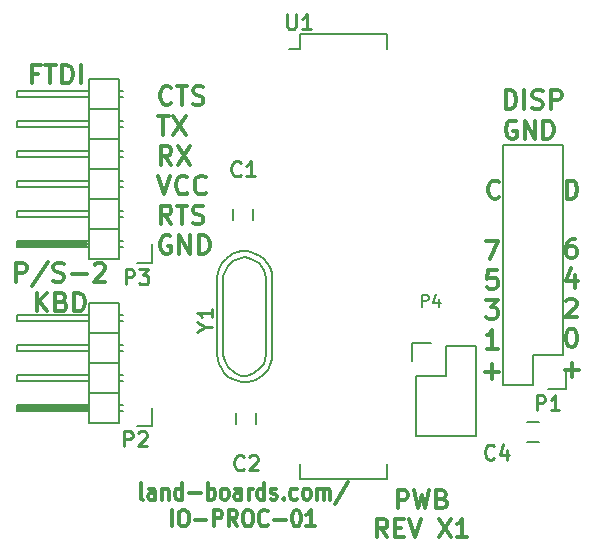
<source format=gto>
G04 #@! TF.FileFunction,Legend,Top*
%FSLAX46Y46*%
G04 Gerber Fmt 4.6, Leading zero omitted, Abs format (unit mm)*
G04 Created by KiCad (PCBNEW (after 2015-mar-04 BZR unknown)-product) date 11/9/2016 4:35:45 PM*
%MOMM*%
G01*
G04 APERTURE LIST*
%ADD10C,0.150000*%
%ADD11C,0.304800*%
%ADD12C,0.254000*%
G04 APERTURE END LIST*
D10*
D11*
X197354976Y-91904155D02*
X197354976Y-90316655D01*
X197732952Y-90316655D01*
X197959738Y-90392250D01*
X198110929Y-90543440D01*
X198186524Y-90694631D01*
X198262119Y-90997012D01*
X198262119Y-91223798D01*
X198186524Y-91526179D01*
X198110929Y-91677369D01*
X197959738Y-91828560D01*
X197732952Y-91904155D01*
X197354976Y-91904155D01*
X198942476Y-91904155D02*
X198942476Y-90316655D01*
X199622833Y-91828560D02*
X199849619Y-91904155D01*
X200227595Y-91904155D01*
X200378785Y-91828560D01*
X200454381Y-91752964D01*
X200529976Y-91601774D01*
X200529976Y-91450583D01*
X200454381Y-91299393D01*
X200378785Y-91223798D01*
X200227595Y-91148202D01*
X199925214Y-91072607D01*
X199774023Y-90997012D01*
X199698428Y-90921417D01*
X199622833Y-90770226D01*
X199622833Y-90619036D01*
X199698428Y-90467845D01*
X199774023Y-90392250D01*
X199925214Y-90316655D01*
X200303190Y-90316655D01*
X200529976Y-90392250D01*
X201210333Y-91904155D02*
X201210333Y-90316655D01*
X201815095Y-90316655D01*
X201966286Y-90392250D01*
X202041881Y-90467845D01*
X202117476Y-90619036D01*
X202117476Y-90845821D01*
X202041881Y-90997012D01*
X201966286Y-91072607D01*
X201815095Y-91148202D01*
X201210333Y-91148202D01*
X155897036Y-106515505D02*
X155897036Y-104928005D01*
X156501798Y-104928005D01*
X156652989Y-105003600D01*
X156728584Y-105079195D01*
X156804179Y-105230386D01*
X156804179Y-105457171D01*
X156728584Y-105608362D01*
X156652989Y-105683957D01*
X156501798Y-105759552D01*
X155897036Y-105759552D01*
X158618465Y-104852410D02*
X157257750Y-106893481D01*
X159072036Y-106439910D02*
X159298822Y-106515505D01*
X159676798Y-106515505D01*
X159827988Y-106439910D01*
X159903584Y-106364314D01*
X159979179Y-106213124D01*
X159979179Y-106061933D01*
X159903584Y-105910743D01*
X159827988Y-105835148D01*
X159676798Y-105759552D01*
X159374417Y-105683957D01*
X159223226Y-105608362D01*
X159147631Y-105532767D01*
X159072036Y-105381576D01*
X159072036Y-105230386D01*
X159147631Y-105079195D01*
X159223226Y-105003600D01*
X159374417Y-104928005D01*
X159752393Y-104928005D01*
X159979179Y-105003600D01*
X160659536Y-105910743D02*
X161869060Y-105910743D01*
X162549417Y-105079195D02*
X162625012Y-105003600D01*
X162776203Y-104928005D01*
X163154179Y-104928005D01*
X163305369Y-105003600D01*
X163380965Y-105079195D01*
X163456560Y-105230386D01*
X163456560Y-105381576D01*
X163380965Y-105608362D01*
X162473822Y-106515505D01*
X163456560Y-106515505D01*
X157635726Y-109042805D02*
X157635726Y-107455305D01*
X158542869Y-109042805D02*
X157862512Y-108135662D01*
X158542869Y-107455305D02*
X157635726Y-108362448D01*
X159752393Y-108211257D02*
X159979179Y-108286852D01*
X160054774Y-108362448D01*
X160130369Y-108513638D01*
X160130369Y-108740424D01*
X160054774Y-108891614D01*
X159979179Y-108967210D01*
X159827988Y-109042805D01*
X159223226Y-109042805D01*
X159223226Y-107455305D01*
X159752393Y-107455305D01*
X159903583Y-107530900D01*
X159979179Y-107606495D01*
X160054774Y-107757686D01*
X160054774Y-107908876D01*
X159979179Y-108060067D01*
X159903583Y-108135662D01*
X159752393Y-108211257D01*
X159223226Y-108211257D01*
X160810726Y-109042805D02*
X160810726Y-107455305D01*
X161188702Y-107455305D01*
X161415488Y-107530900D01*
X161566679Y-107682090D01*
X161642274Y-107833281D01*
X161717869Y-108135662D01*
X161717869Y-108362448D01*
X161642274Y-108664829D01*
X161566679Y-108816019D01*
X161415488Y-108967210D01*
X161188702Y-109042805D01*
X160810726Y-109042805D01*
X157752143Y-88913607D02*
X157222976Y-88913607D01*
X157222976Y-89745155D02*
X157222976Y-88157655D01*
X157978929Y-88157655D01*
X158356904Y-88157655D02*
X159264047Y-88157655D01*
X158810476Y-89745155D02*
X158810476Y-88157655D01*
X159793214Y-89745155D02*
X159793214Y-88157655D01*
X160171190Y-88157655D01*
X160397976Y-88233250D01*
X160549167Y-88384440D01*
X160624762Y-88535631D01*
X160700357Y-88838012D01*
X160700357Y-89064798D01*
X160624762Y-89367179D01*
X160549167Y-89518369D01*
X160397976Y-89669560D01*
X160171190Y-89745155D01*
X159793214Y-89745155D01*
X161380714Y-89745155D02*
X161380714Y-88157655D01*
X169052119Y-91403714D02*
X168976524Y-91479310D01*
X168749738Y-91554905D01*
X168598548Y-91554905D01*
X168371762Y-91479310D01*
X168220571Y-91328119D01*
X168144976Y-91176929D01*
X168069381Y-90874548D01*
X168069381Y-90647762D01*
X168144976Y-90345381D01*
X168220571Y-90194190D01*
X168371762Y-90043000D01*
X168598548Y-89967405D01*
X168749738Y-89967405D01*
X168976524Y-90043000D01*
X169052119Y-90118595D01*
X169505690Y-89967405D02*
X170412833Y-89967405D01*
X169959262Y-91554905D02*
X169959262Y-89967405D01*
X170866405Y-91479310D02*
X171093191Y-91554905D01*
X171471167Y-91554905D01*
X171622357Y-91479310D01*
X171697953Y-91403714D01*
X171773548Y-91252524D01*
X171773548Y-91101333D01*
X171697953Y-90950143D01*
X171622357Y-90874548D01*
X171471167Y-90798952D01*
X171168786Y-90723357D01*
X171017595Y-90647762D01*
X170942000Y-90572167D01*
X170866405Y-90420976D01*
X170866405Y-90269786D01*
X170942000Y-90118595D01*
X171017595Y-90043000D01*
X171168786Y-89967405D01*
X171546762Y-89967405D01*
X171773548Y-90043000D01*
X167918190Y-92494705D02*
X168825333Y-92494705D01*
X168371762Y-94082205D02*
X168371762Y-92494705D01*
X169203310Y-92494705D02*
X170261643Y-94082205D01*
X170261643Y-92494705D02*
X169203310Y-94082205D01*
X169052119Y-96609505D02*
X168522952Y-95853552D01*
X168144976Y-96609505D02*
X168144976Y-95022005D01*
X168749738Y-95022005D01*
X168900929Y-95097600D01*
X168976524Y-95173195D01*
X169052119Y-95324386D01*
X169052119Y-95551171D01*
X168976524Y-95702362D01*
X168900929Y-95777957D01*
X168749738Y-95853552D01*
X168144976Y-95853552D01*
X169581286Y-95022005D02*
X170639619Y-96609505D01*
X170639619Y-95022005D02*
X169581286Y-96609505D01*
X167918190Y-97549305D02*
X168447357Y-99136805D01*
X168976524Y-97549305D01*
X170412833Y-98985614D02*
X170337238Y-99061210D01*
X170110452Y-99136805D01*
X169959262Y-99136805D01*
X169732476Y-99061210D01*
X169581285Y-98910019D01*
X169505690Y-98758829D01*
X169430095Y-98456448D01*
X169430095Y-98229662D01*
X169505690Y-97927281D01*
X169581285Y-97776090D01*
X169732476Y-97624900D01*
X169959262Y-97549305D01*
X170110452Y-97549305D01*
X170337238Y-97624900D01*
X170412833Y-97700495D01*
X172000333Y-98985614D02*
X171924738Y-99061210D01*
X171697952Y-99136805D01*
X171546762Y-99136805D01*
X171319976Y-99061210D01*
X171168785Y-98910019D01*
X171093190Y-98758829D01*
X171017595Y-98456448D01*
X171017595Y-98229662D01*
X171093190Y-97927281D01*
X171168785Y-97776090D01*
X171319976Y-97624900D01*
X171546762Y-97549305D01*
X171697952Y-97549305D01*
X171924738Y-97624900D01*
X172000333Y-97700495D01*
X169052119Y-101664105D02*
X168522952Y-100908152D01*
X168144976Y-101664105D02*
X168144976Y-100076605D01*
X168749738Y-100076605D01*
X168900929Y-100152200D01*
X168976524Y-100227795D01*
X169052119Y-100378986D01*
X169052119Y-100605771D01*
X168976524Y-100756962D01*
X168900929Y-100832557D01*
X168749738Y-100908152D01*
X168144976Y-100908152D01*
X169505690Y-100076605D02*
X170412833Y-100076605D01*
X169959262Y-101664105D02*
X169959262Y-100076605D01*
X170866405Y-101588510D02*
X171093191Y-101664105D01*
X171471167Y-101664105D01*
X171622357Y-101588510D01*
X171697953Y-101512914D01*
X171773548Y-101361724D01*
X171773548Y-101210533D01*
X171697953Y-101059343D01*
X171622357Y-100983748D01*
X171471167Y-100908152D01*
X171168786Y-100832557D01*
X171017595Y-100756962D01*
X170942000Y-100681367D01*
X170866405Y-100530176D01*
X170866405Y-100378986D01*
X170942000Y-100227795D01*
X171017595Y-100152200D01*
X171168786Y-100076605D01*
X171546762Y-100076605D01*
X171773548Y-100152200D01*
X168976524Y-102679500D02*
X168825333Y-102603905D01*
X168598548Y-102603905D01*
X168371762Y-102679500D01*
X168220571Y-102830690D01*
X168144976Y-102981881D01*
X168069381Y-103284262D01*
X168069381Y-103511048D01*
X168144976Y-103813429D01*
X168220571Y-103964619D01*
X168371762Y-104115810D01*
X168598548Y-104191405D01*
X168749738Y-104191405D01*
X168976524Y-104115810D01*
X169052119Y-104040214D01*
X169052119Y-103511048D01*
X168749738Y-103511048D01*
X169732476Y-104191405D02*
X169732476Y-102603905D01*
X170639619Y-104191405D01*
X170639619Y-102603905D01*
X171395571Y-104191405D02*
X171395571Y-102603905D01*
X171773547Y-102603905D01*
X172000333Y-102679500D01*
X172151524Y-102830690D01*
X172227119Y-102981881D01*
X172302714Y-103284262D01*
X172302714Y-103511048D01*
X172227119Y-103813429D01*
X172151524Y-103964619D01*
X172000333Y-104115810D01*
X171773547Y-104191405D01*
X171395571Y-104191405D01*
X202546857Y-99495429D02*
X202546857Y-97971429D01*
X202909714Y-97971429D01*
X203127429Y-98044000D01*
X203272571Y-98189143D01*
X203345143Y-98334286D01*
X203417714Y-98624571D01*
X203417714Y-98842286D01*
X203345143Y-99132571D01*
X203272571Y-99277714D01*
X203127429Y-99422857D01*
X202909714Y-99495429D01*
X202546857Y-99495429D01*
X195685834Y-103042055D02*
X196744167Y-103042055D01*
X196063810Y-104629555D01*
X196592977Y-105569355D02*
X195837024Y-105569355D01*
X195761429Y-106325307D01*
X195837024Y-106249712D01*
X195988215Y-106174117D01*
X196366191Y-106174117D01*
X196517381Y-106249712D01*
X196592977Y-106325307D01*
X196668572Y-106476498D01*
X196668572Y-106854474D01*
X196592977Y-107005664D01*
X196517381Y-107081260D01*
X196366191Y-107156855D01*
X195988215Y-107156855D01*
X195837024Y-107081260D01*
X195761429Y-107005664D01*
X195685834Y-108096655D02*
X196668572Y-108096655D01*
X196139405Y-108701417D01*
X196366191Y-108701417D01*
X196517381Y-108777012D01*
X196592977Y-108852607D01*
X196668572Y-109003798D01*
X196668572Y-109381774D01*
X196592977Y-109532964D01*
X196517381Y-109608560D01*
X196366191Y-109684155D01*
X195912619Y-109684155D01*
X195761429Y-109608560D01*
X195685834Y-109532964D01*
X196668572Y-112211455D02*
X195761429Y-112211455D01*
X196215000Y-112211455D02*
X196215000Y-110623955D01*
X196063810Y-110850740D01*
X195912619Y-111001931D01*
X195761429Y-111077526D01*
X195610238Y-114133993D02*
X196819762Y-114133993D01*
X196215000Y-114738755D02*
X196215000Y-113529231D01*
X203248381Y-102915055D02*
X202946000Y-102915055D01*
X202794810Y-102990650D01*
X202719215Y-103066245D01*
X202568024Y-103293031D01*
X202492429Y-103595412D01*
X202492429Y-104200174D01*
X202568024Y-104351364D01*
X202643619Y-104426960D01*
X202794810Y-104502555D01*
X203097191Y-104502555D01*
X203248381Y-104426960D01*
X203323977Y-104351364D01*
X203399572Y-104200174D01*
X203399572Y-103822198D01*
X203323977Y-103671007D01*
X203248381Y-103595412D01*
X203097191Y-103519817D01*
X202794810Y-103519817D01*
X202643619Y-103595412D01*
X202568024Y-103671007D01*
X202492429Y-103822198D01*
X203248381Y-105971521D02*
X203248381Y-107029855D01*
X202870405Y-105366760D02*
X202492429Y-106500688D01*
X203475167Y-106500688D01*
X202492429Y-108120845D02*
X202568024Y-108045250D01*
X202719215Y-107969655D01*
X203097191Y-107969655D01*
X203248381Y-108045250D01*
X203323977Y-108120845D01*
X203399572Y-108272036D01*
X203399572Y-108423226D01*
X203323977Y-108650012D01*
X202416834Y-109557155D01*
X203399572Y-109557155D01*
X202870405Y-110496955D02*
X203021596Y-110496955D01*
X203172786Y-110572550D01*
X203248381Y-110648145D01*
X203323977Y-110799336D01*
X203399572Y-111101717D01*
X203399572Y-111479693D01*
X203323977Y-111782074D01*
X203248381Y-111933264D01*
X203172786Y-112008860D01*
X203021596Y-112084455D01*
X202870405Y-112084455D01*
X202719215Y-112008860D01*
X202643619Y-111933264D01*
X202568024Y-111782074D01*
X202492429Y-111479693D01*
X202492429Y-111101717D01*
X202568024Y-110799336D01*
X202643619Y-110648145D01*
X202719215Y-110572550D01*
X202870405Y-110496955D01*
X202341238Y-114006993D02*
X203550762Y-114006993D01*
X202946000Y-114611755D02*
X202946000Y-113402231D01*
X196813714Y-99350286D02*
X196741143Y-99422857D01*
X196523429Y-99495429D01*
X196378286Y-99495429D01*
X196160571Y-99422857D01*
X196015429Y-99277714D01*
X195942857Y-99132571D01*
X195870286Y-98842286D01*
X195870286Y-98624571D01*
X195942857Y-98334286D01*
X196015429Y-98189143D01*
X196160571Y-98044000D01*
X196378286Y-97971429D01*
X196523429Y-97971429D01*
X196741143Y-98044000D01*
X196813714Y-98116571D01*
X198228858Y-92964000D02*
X198083715Y-92891429D01*
X197866001Y-92891429D01*
X197648286Y-92964000D01*
X197503144Y-93109143D01*
X197430572Y-93254286D01*
X197358001Y-93544571D01*
X197358001Y-93762286D01*
X197430572Y-94052571D01*
X197503144Y-94197714D01*
X197648286Y-94342857D01*
X197866001Y-94415429D01*
X198011144Y-94415429D01*
X198228858Y-94342857D01*
X198301429Y-94270286D01*
X198301429Y-93762286D01*
X198011144Y-93762286D01*
X198954572Y-94415429D02*
X198954572Y-92891429D01*
X199825429Y-94415429D01*
X199825429Y-92891429D01*
X200551143Y-94415429D02*
X200551143Y-92891429D01*
X200914000Y-92891429D01*
X201131715Y-92964000D01*
X201276857Y-93109143D01*
X201349429Y-93254286D01*
X201422000Y-93544571D01*
X201422000Y-93762286D01*
X201349429Y-94052571D01*
X201276857Y-94197714D01*
X201131715Y-94342857D01*
X200914000Y-94415429D01*
X200551143Y-94415429D01*
X166636095Y-124977676D02*
X166515142Y-124911152D01*
X166454666Y-124778105D01*
X166454666Y-123580676D01*
X167664190Y-124977676D02*
X167664190Y-124245914D01*
X167603713Y-124112867D01*
X167482761Y-124046343D01*
X167240856Y-124046343D01*
X167119904Y-124112867D01*
X167664190Y-124911152D02*
X167543237Y-124977676D01*
X167240856Y-124977676D01*
X167119904Y-124911152D01*
X167059428Y-124778105D01*
X167059428Y-124645057D01*
X167119904Y-124512010D01*
X167240856Y-124445486D01*
X167543237Y-124445486D01*
X167664190Y-124378962D01*
X168268952Y-124046343D02*
X168268952Y-124977676D01*
X168268952Y-124179390D02*
X168329428Y-124112867D01*
X168450381Y-124046343D01*
X168631809Y-124046343D01*
X168752761Y-124112867D01*
X168813238Y-124245914D01*
X168813238Y-124977676D01*
X169962286Y-124977676D02*
X169962286Y-123580676D01*
X169962286Y-124911152D02*
X169841333Y-124977676D01*
X169599429Y-124977676D01*
X169478476Y-124911152D01*
X169418000Y-124844629D01*
X169357524Y-124711581D01*
X169357524Y-124312438D01*
X169418000Y-124179390D01*
X169478476Y-124112867D01*
X169599429Y-124046343D01*
X169841333Y-124046343D01*
X169962286Y-124112867D01*
X170567048Y-124445486D02*
X171534667Y-124445486D01*
X172139429Y-124977676D02*
X172139429Y-123580676D01*
X172139429Y-124112867D02*
X172260381Y-124046343D01*
X172502286Y-124046343D01*
X172623238Y-124112867D01*
X172683715Y-124179390D01*
X172744191Y-124312438D01*
X172744191Y-124711581D01*
X172683715Y-124844629D01*
X172623238Y-124911152D01*
X172502286Y-124977676D01*
X172260381Y-124977676D01*
X172139429Y-124911152D01*
X173469906Y-124977676D02*
X173348953Y-124911152D01*
X173288477Y-124844629D01*
X173228001Y-124711581D01*
X173228001Y-124312438D01*
X173288477Y-124179390D01*
X173348953Y-124112867D01*
X173469906Y-124046343D01*
X173651334Y-124046343D01*
X173772286Y-124112867D01*
X173832763Y-124179390D01*
X173893239Y-124312438D01*
X173893239Y-124711581D01*
X173832763Y-124844629D01*
X173772286Y-124911152D01*
X173651334Y-124977676D01*
X173469906Y-124977676D01*
X174981811Y-124977676D02*
X174981811Y-124245914D01*
X174921334Y-124112867D01*
X174800382Y-124046343D01*
X174558477Y-124046343D01*
X174437525Y-124112867D01*
X174981811Y-124911152D02*
X174860858Y-124977676D01*
X174558477Y-124977676D01*
X174437525Y-124911152D01*
X174377049Y-124778105D01*
X174377049Y-124645057D01*
X174437525Y-124512010D01*
X174558477Y-124445486D01*
X174860858Y-124445486D01*
X174981811Y-124378962D01*
X175586573Y-124977676D02*
X175586573Y-124046343D01*
X175586573Y-124312438D02*
X175647049Y-124179390D01*
X175707525Y-124112867D01*
X175828478Y-124046343D01*
X175949430Y-124046343D01*
X176917049Y-124977676D02*
X176917049Y-123580676D01*
X176917049Y-124911152D02*
X176796096Y-124977676D01*
X176554192Y-124977676D01*
X176433239Y-124911152D01*
X176372763Y-124844629D01*
X176312287Y-124711581D01*
X176312287Y-124312438D01*
X176372763Y-124179390D01*
X176433239Y-124112867D01*
X176554192Y-124046343D01*
X176796096Y-124046343D01*
X176917049Y-124112867D01*
X177461335Y-124911152D02*
X177582287Y-124977676D01*
X177824192Y-124977676D01*
X177945144Y-124911152D01*
X178005620Y-124778105D01*
X178005620Y-124711581D01*
X177945144Y-124578533D01*
X177824192Y-124512010D01*
X177642763Y-124512010D01*
X177521811Y-124445486D01*
X177461335Y-124312438D01*
X177461335Y-124245914D01*
X177521811Y-124112867D01*
X177642763Y-124046343D01*
X177824192Y-124046343D01*
X177945144Y-124112867D01*
X178549906Y-124844629D02*
X178610382Y-124911152D01*
X178549906Y-124977676D01*
X178489430Y-124911152D01*
X178549906Y-124844629D01*
X178549906Y-124977676D01*
X179698954Y-124911152D02*
X179578001Y-124977676D01*
X179336097Y-124977676D01*
X179215144Y-124911152D01*
X179154668Y-124844629D01*
X179094192Y-124711581D01*
X179094192Y-124312438D01*
X179154668Y-124179390D01*
X179215144Y-124112867D01*
X179336097Y-124046343D01*
X179578001Y-124046343D01*
X179698954Y-124112867D01*
X180424668Y-124977676D02*
X180303715Y-124911152D01*
X180243239Y-124844629D01*
X180182763Y-124711581D01*
X180182763Y-124312438D01*
X180243239Y-124179390D01*
X180303715Y-124112867D01*
X180424668Y-124046343D01*
X180606096Y-124046343D01*
X180727048Y-124112867D01*
X180787525Y-124179390D01*
X180848001Y-124312438D01*
X180848001Y-124711581D01*
X180787525Y-124844629D01*
X180727048Y-124911152D01*
X180606096Y-124977676D01*
X180424668Y-124977676D01*
X181392287Y-124977676D02*
X181392287Y-124046343D01*
X181392287Y-124179390D02*
X181452763Y-124112867D01*
X181573716Y-124046343D01*
X181755144Y-124046343D01*
X181876096Y-124112867D01*
X181936573Y-124245914D01*
X181936573Y-124977676D01*
X181936573Y-124245914D02*
X181997049Y-124112867D01*
X182118001Y-124046343D01*
X182299430Y-124046343D01*
X182420382Y-124112867D01*
X182480858Y-124245914D01*
X182480858Y-124977676D01*
X183992763Y-123514152D02*
X182904191Y-125310295D01*
X169115619Y-127238276D02*
X169115619Y-125841276D01*
X169962286Y-125841276D02*
X170204190Y-125841276D01*
X170325143Y-125907800D01*
X170446095Y-126040848D01*
X170506571Y-126306943D01*
X170506571Y-126772610D01*
X170446095Y-127038705D01*
X170325143Y-127171752D01*
X170204190Y-127238276D01*
X169962286Y-127238276D01*
X169841333Y-127171752D01*
X169720381Y-127038705D01*
X169659905Y-126772610D01*
X169659905Y-126306943D01*
X169720381Y-126040848D01*
X169841333Y-125907800D01*
X169962286Y-125841276D01*
X171050857Y-126706086D02*
X172018476Y-126706086D01*
X172623238Y-127238276D02*
X172623238Y-125841276D01*
X173107047Y-125841276D01*
X173228000Y-125907800D01*
X173288476Y-125974324D01*
X173348952Y-126107371D01*
X173348952Y-126306943D01*
X173288476Y-126439990D01*
X173228000Y-126506514D01*
X173107047Y-126573038D01*
X172623238Y-126573038D01*
X174618952Y-127238276D02*
X174195619Y-126573038D01*
X173893238Y-127238276D02*
X173893238Y-125841276D01*
X174377047Y-125841276D01*
X174498000Y-125907800D01*
X174558476Y-125974324D01*
X174618952Y-126107371D01*
X174618952Y-126306943D01*
X174558476Y-126439990D01*
X174498000Y-126506514D01*
X174377047Y-126573038D01*
X173893238Y-126573038D01*
X175405143Y-125841276D02*
X175647047Y-125841276D01*
X175768000Y-125907800D01*
X175888952Y-126040848D01*
X175949428Y-126306943D01*
X175949428Y-126772610D01*
X175888952Y-127038705D01*
X175768000Y-127171752D01*
X175647047Y-127238276D01*
X175405143Y-127238276D01*
X175284190Y-127171752D01*
X175163238Y-127038705D01*
X175102762Y-126772610D01*
X175102762Y-126306943D01*
X175163238Y-126040848D01*
X175284190Y-125907800D01*
X175405143Y-125841276D01*
X177219428Y-127105229D02*
X177158952Y-127171752D01*
X176977523Y-127238276D01*
X176856571Y-127238276D01*
X176675143Y-127171752D01*
X176554190Y-127038705D01*
X176493714Y-126905657D01*
X176433238Y-126639562D01*
X176433238Y-126439990D01*
X176493714Y-126173895D01*
X176554190Y-126040848D01*
X176675143Y-125907800D01*
X176856571Y-125841276D01*
X176977523Y-125841276D01*
X177158952Y-125907800D01*
X177219428Y-125974324D01*
X177763714Y-126706086D02*
X178731333Y-126706086D01*
X179578000Y-125841276D02*
X179698952Y-125841276D01*
X179819904Y-125907800D01*
X179880381Y-125974324D01*
X179940857Y-126107371D01*
X180001333Y-126373467D01*
X180001333Y-126706086D01*
X179940857Y-126972181D01*
X179880381Y-127105229D01*
X179819904Y-127171752D01*
X179698952Y-127238276D01*
X179578000Y-127238276D01*
X179457047Y-127171752D01*
X179396571Y-127105229D01*
X179336095Y-126972181D01*
X179275619Y-126706086D01*
X179275619Y-126373467D01*
X179336095Y-126107371D01*
X179396571Y-125974324D01*
X179457047Y-125907800D01*
X179578000Y-125841276D01*
X181210857Y-127238276D02*
X180485143Y-127238276D01*
X180848000Y-127238276D02*
X180848000Y-125841276D01*
X180727048Y-126040848D01*
X180606095Y-126173895D01*
X180485143Y-126240419D01*
X188214000Y-125708229D02*
X188214000Y-124184229D01*
X188794572Y-124184229D01*
X188939714Y-124256800D01*
X189012286Y-124329371D01*
X189084857Y-124474514D01*
X189084857Y-124692229D01*
X189012286Y-124837371D01*
X188939714Y-124909943D01*
X188794572Y-124982514D01*
X188214000Y-124982514D01*
X189592857Y-124184229D02*
X189955714Y-125708229D01*
X190246000Y-124619657D01*
X190536286Y-125708229D01*
X190899143Y-124184229D01*
X191987714Y-124909943D02*
X192205428Y-124982514D01*
X192278000Y-125055086D01*
X192350571Y-125200229D01*
X192350571Y-125417943D01*
X192278000Y-125563086D01*
X192205428Y-125635657D01*
X192060286Y-125708229D01*
X191479714Y-125708229D01*
X191479714Y-124184229D01*
X191987714Y-124184229D01*
X192132857Y-124256800D01*
X192205428Y-124329371D01*
X192278000Y-124474514D01*
X192278000Y-124619657D01*
X192205428Y-124764800D01*
X192132857Y-124837371D01*
X191987714Y-124909943D01*
X191479714Y-124909943D01*
X187343142Y-128146629D02*
X186835142Y-127420914D01*
X186472285Y-128146629D02*
X186472285Y-126622629D01*
X187052857Y-126622629D01*
X187197999Y-126695200D01*
X187270571Y-126767771D01*
X187343142Y-126912914D01*
X187343142Y-127130629D01*
X187270571Y-127275771D01*
X187197999Y-127348343D01*
X187052857Y-127420914D01*
X186472285Y-127420914D01*
X187996285Y-127348343D02*
X188504285Y-127348343D01*
X188721999Y-128146629D02*
X187996285Y-128146629D01*
X187996285Y-126622629D01*
X188721999Y-126622629D01*
X189157428Y-126622629D02*
X189665428Y-128146629D01*
X190173428Y-126622629D01*
X191697428Y-126622629D02*
X192713428Y-128146629D01*
X192713428Y-126622629D02*
X191697428Y-128146629D01*
X194092286Y-128146629D02*
X193221429Y-128146629D01*
X193656857Y-128146629D02*
X193656857Y-126622629D01*
X193511714Y-126840343D01*
X193366572Y-126985486D01*
X193221429Y-127058057D01*
D10*
X174283000Y-100338000D02*
X174283000Y-101338000D01*
X175983000Y-101338000D02*
X175983000Y-100338000D01*
X176237000Y-118610000D02*
X176237000Y-117610000D01*
X174537000Y-117610000D02*
X174537000Y-118610000D01*
X197104000Y-94996000D02*
X197104000Y-115316000D01*
X202184000Y-112776000D02*
X202184000Y-94996000D01*
X197104000Y-94996000D02*
X202184000Y-94996000D01*
X197104000Y-115316000D02*
X199644000Y-115316000D01*
X200914000Y-115596000D02*
X202464000Y-115596000D01*
X199644000Y-115316000D02*
X199644000Y-112776000D01*
X199644000Y-112776000D02*
X202184000Y-112776000D01*
X202464000Y-115596000D02*
X202464000Y-114046000D01*
X179967000Y-85589000D02*
X179967000Y-86859000D01*
X187317000Y-85589000D02*
X187317000Y-86859000D01*
X187317000Y-123199000D02*
X187317000Y-121929000D01*
X179967000Y-123199000D02*
X179967000Y-121929000D01*
X179967000Y-85589000D02*
X187317000Y-85589000D01*
X179967000Y-123199000D02*
X187317000Y-123199000D01*
X179967000Y-86859000D02*
X179032000Y-86859000D01*
X174259240Y-104775000D02*
X174660560Y-104574340D01*
X174660560Y-104574340D02*
X175260000Y-104472740D01*
X175260000Y-104472740D02*
X175760380Y-104574340D01*
X175760380Y-104574340D02*
X176458880Y-104973120D01*
X176458880Y-104973120D02*
X176860200Y-105575100D01*
X176860200Y-105575100D02*
X177060860Y-106174540D01*
X177060860Y-106174540D02*
X177060860Y-112773460D01*
X177060860Y-112773460D02*
X176860200Y-113474500D01*
X176860200Y-113474500D02*
X176560480Y-113873280D01*
X176560480Y-113873280D02*
X176060100Y-114274600D01*
X176060100Y-114274600D02*
X175460660Y-114475260D01*
X175460660Y-114475260D02*
X174960280Y-114475260D01*
X174960280Y-114475260D02*
X174459900Y-114274600D01*
X174459900Y-114274600D02*
X173860460Y-113774220D01*
X173860460Y-113774220D02*
X173560740Y-113273840D01*
X173560740Y-113273840D02*
X173459140Y-112773460D01*
X173459140Y-112674400D02*
X173459140Y-106072940D01*
X173459140Y-106072940D02*
X173560740Y-105674160D01*
X173560740Y-105674160D02*
X173860460Y-105173780D01*
X173860460Y-105173780D02*
X174360840Y-104673400D01*
X172930820Y-112664240D02*
X172979080Y-113123980D01*
X172979080Y-113123980D02*
X173090840Y-113522760D01*
X173090840Y-113522760D02*
X173309280Y-113954560D01*
X173309280Y-113954560D02*
X173540420Y-114244120D01*
X173540420Y-114244120D02*
X173890940Y-114574320D01*
X173890940Y-114574320D02*
X174429420Y-114863880D01*
X174429420Y-114863880D02*
X175028860Y-114993420D01*
X175028860Y-114993420D02*
X175539400Y-114993420D01*
X175539400Y-114993420D02*
X176240440Y-114823240D01*
X176240440Y-114823240D02*
X176829720Y-114424460D01*
X176829720Y-114424460D02*
X177200560Y-113964720D01*
X177200560Y-113964720D02*
X177408840Y-113543080D01*
X177408840Y-113543080D02*
X177568860Y-113093500D01*
X177568860Y-113093500D02*
X177599340Y-112654080D01*
X177380900Y-105313480D02*
X177159920Y-104935020D01*
X177159920Y-104935020D02*
X176880520Y-104614980D01*
X176880520Y-104614980D02*
X176550320Y-104363520D01*
X176550320Y-104363520D02*
X175999140Y-104063800D01*
X175999140Y-104063800D02*
X175529240Y-103954580D01*
X175529240Y-103954580D02*
X175069500Y-103934260D01*
X175069500Y-103934260D02*
X174609760Y-104023160D01*
X174609760Y-104023160D02*
X174160180Y-104213660D01*
X174160180Y-104213660D02*
X173690280Y-104574340D01*
X173690280Y-104574340D02*
X173370240Y-104924860D01*
X173370240Y-104924860D02*
X173139100Y-105313480D01*
X173139100Y-105313480D02*
X172999400Y-105742740D01*
X172999400Y-105742740D02*
X172930820Y-106184700D01*
X177589180Y-112674400D02*
X177589180Y-106222800D01*
X177589180Y-106222800D02*
X177551080Y-105803700D01*
X177551080Y-105803700D02*
X177380900Y-105313480D01*
X172930820Y-112674400D02*
X172930820Y-106222800D01*
X200144000Y-118403000D02*
X199144000Y-118403000D01*
X199144000Y-120103000D02*
X200144000Y-120103000D01*
X167416000Y-118771000D02*
X167416000Y-117221000D01*
X166116000Y-118771000D02*
X167416000Y-118771000D01*
X161925000Y-117348000D02*
X156083000Y-117348000D01*
X156083000Y-117348000D02*
X156083000Y-117094000D01*
X156083000Y-117094000D02*
X161925000Y-117094000D01*
X161925000Y-117094000D02*
X161925000Y-117221000D01*
X161925000Y-117221000D02*
X156083000Y-117221000D01*
X164592000Y-117475000D02*
X164973000Y-117475000D01*
X164592000Y-116967000D02*
X164973000Y-116967000D01*
X164592000Y-114935000D02*
X164973000Y-114935000D01*
X164592000Y-114427000D02*
X164973000Y-114427000D01*
X164592000Y-112395000D02*
X164973000Y-112395000D01*
X164592000Y-111887000D02*
X164973000Y-111887000D01*
X164592000Y-109347000D02*
X164973000Y-109347000D01*
X164592000Y-109855000D02*
X164973000Y-109855000D01*
X164592000Y-118491000D02*
X162052000Y-118491000D01*
X164592000Y-115951000D02*
X162052000Y-115951000D01*
X164592000Y-115951000D02*
X164592000Y-113411000D01*
X164592000Y-113411000D02*
X162052000Y-113411000D01*
X162052000Y-114935000D02*
X155956000Y-114935000D01*
X155956000Y-114935000D02*
X155956000Y-114427000D01*
X155956000Y-114427000D02*
X162052000Y-114427000D01*
X162052000Y-113411000D02*
X162052000Y-115951000D01*
X162052000Y-115951000D02*
X162052000Y-118491000D01*
X155956000Y-116967000D02*
X162052000Y-116967000D01*
X155956000Y-117475000D02*
X155956000Y-116967000D01*
X162052000Y-117475000D02*
X155956000Y-117475000D01*
X164592000Y-115951000D02*
X162052000Y-115951000D01*
X164592000Y-118491000D02*
X164592000Y-115951000D01*
X164592000Y-110871000D02*
X162052000Y-110871000D01*
X164592000Y-110871000D02*
X164592000Y-108331000D01*
X164592000Y-108331000D02*
X162052000Y-108331000D01*
X162052000Y-109855000D02*
X155956000Y-109855000D01*
X155956000Y-109855000D02*
X155956000Y-109347000D01*
X155956000Y-109347000D02*
X162052000Y-109347000D01*
X162052000Y-108331000D02*
X162052000Y-110871000D01*
X162052000Y-110871000D02*
X162052000Y-113411000D01*
X155956000Y-111887000D02*
X162052000Y-111887000D01*
X155956000Y-112395000D02*
X155956000Y-111887000D01*
X162052000Y-112395000D02*
X155956000Y-112395000D01*
X164592000Y-110871000D02*
X162052000Y-110871000D01*
X164592000Y-113411000D02*
X164592000Y-110871000D01*
X164592000Y-113411000D02*
X162052000Y-113411000D01*
X167416000Y-104928000D02*
X167416000Y-103378000D01*
X166116000Y-104928000D02*
X167416000Y-104928000D01*
X161925000Y-103505000D02*
X156083000Y-103505000D01*
X156083000Y-103505000D02*
X156083000Y-103251000D01*
X156083000Y-103251000D02*
X161925000Y-103251000D01*
X161925000Y-103251000D02*
X161925000Y-103378000D01*
X161925000Y-103378000D02*
X156083000Y-103378000D01*
X164592000Y-103632000D02*
X164973000Y-103632000D01*
X164592000Y-103124000D02*
X164973000Y-103124000D01*
X164592000Y-101092000D02*
X164973000Y-101092000D01*
X164592000Y-100584000D02*
X164973000Y-100584000D01*
X164592000Y-98552000D02*
X164973000Y-98552000D01*
X164592000Y-98044000D02*
X164973000Y-98044000D01*
X164592000Y-90424000D02*
X164973000Y-90424000D01*
X164592000Y-90932000D02*
X164973000Y-90932000D01*
X164592000Y-92964000D02*
X164973000Y-92964000D01*
X164592000Y-93472000D02*
X164973000Y-93472000D01*
X164592000Y-95504000D02*
X164973000Y-95504000D01*
X164592000Y-96012000D02*
X164973000Y-96012000D01*
X164592000Y-104648000D02*
X162052000Y-104648000D01*
X164592000Y-102108000D02*
X162052000Y-102108000D01*
X164592000Y-102108000D02*
X164592000Y-99568000D01*
X164592000Y-99568000D02*
X162052000Y-99568000D01*
X162052000Y-101092000D02*
X155956000Y-101092000D01*
X155956000Y-101092000D02*
X155956000Y-100584000D01*
X155956000Y-100584000D02*
X162052000Y-100584000D01*
X162052000Y-99568000D02*
X162052000Y-102108000D01*
X162052000Y-102108000D02*
X162052000Y-104648000D01*
X155956000Y-103124000D02*
X162052000Y-103124000D01*
X155956000Y-103632000D02*
X155956000Y-103124000D01*
X162052000Y-103632000D02*
X155956000Y-103632000D01*
X164592000Y-102108000D02*
X162052000Y-102108000D01*
X164592000Y-104648000D02*
X164592000Y-102108000D01*
X164592000Y-94488000D02*
X162052000Y-94488000D01*
X164592000Y-94488000D02*
X164592000Y-91948000D01*
X164592000Y-91948000D02*
X162052000Y-91948000D01*
X162052000Y-93472000D02*
X155956000Y-93472000D01*
X155956000Y-93472000D02*
X155956000Y-92964000D01*
X155956000Y-92964000D02*
X162052000Y-92964000D01*
X162052000Y-91948000D02*
X162052000Y-94488000D01*
X162052000Y-89408000D02*
X162052000Y-91948000D01*
X155956000Y-90424000D02*
X162052000Y-90424000D01*
X155956000Y-90932000D02*
X155956000Y-90424000D01*
X162052000Y-90932000D02*
X155956000Y-90932000D01*
X164592000Y-89408000D02*
X162052000Y-89408000D01*
X164592000Y-91948000D02*
X164592000Y-89408000D01*
X164592000Y-91948000D02*
X162052000Y-91948000D01*
X164592000Y-97028000D02*
X162052000Y-97028000D01*
X164592000Y-97028000D02*
X164592000Y-94488000D01*
X164592000Y-94488000D02*
X162052000Y-94488000D01*
X162052000Y-96012000D02*
X155956000Y-96012000D01*
X155956000Y-96012000D02*
X155956000Y-95504000D01*
X155956000Y-95504000D02*
X162052000Y-95504000D01*
X162052000Y-94488000D02*
X162052000Y-97028000D01*
X162052000Y-97028000D02*
X162052000Y-99568000D01*
X155956000Y-98044000D02*
X162052000Y-98044000D01*
X155956000Y-98552000D02*
X155956000Y-98044000D01*
X162052000Y-98552000D02*
X155956000Y-98552000D01*
X164592000Y-97028000D02*
X162052000Y-97028000D01*
X164592000Y-99568000D02*
X164592000Y-97028000D01*
X164592000Y-99568000D02*
X162052000Y-99568000D01*
X189738000Y-114554000D02*
X189738000Y-119634000D01*
X189458000Y-111734000D02*
X191008000Y-111734000D01*
X192278000Y-112014000D02*
X192278000Y-114554000D01*
X192278000Y-114554000D02*
X189738000Y-114554000D01*
X189738000Y-119634000D02*
X194818000Y-119634000D01*
X194818000Y-119634000D02*
X194818000Y-114554000D01*
X189458000Y-111734000D02*
X189458000Y-113284000D01*
X194818000Y-112014000D02*
X192278000Y-112014000D01*
X194818000Y-114554000D02*
X194818000Y-112014000D01*
D12*
X174921333Y-97481571D02*
X174860857Y-97542048D01*
X174679428Y-97602524D01*
X174558476Y-97602524D01*
X174377048Y-97542048D01*
X174256095Y-97421095D01*
X174195619Y-97300143D01*
X174135143Y-97058238D01*
X174135143Y-96876810D01*
X174195619Y-96634905D01*
X174256095Y-96513952D01*
X174377048Y-96393000D01*
X174558476Y-96332524D01*
X174679428Y-96332524D01*
X174860857Y-96393000D01*
X174921333Y-96453476D01*
X176130857Y-97602524D02*
X175405143Y-97602524D01*
X175768000Y-97602524D02*
X175768000Y-96332524D01*
X175647048Y-96513952D01*
X175526095Y-96634905D01*
X175405143Y-96695381D01*
X175175333Y-122373571D02*
X175114857Y-122434048D01*
X174933428Y-122494524D01*
X174812476Y-122494524D01*
X174631048Y-122434048D01*
X174510095Y-122313095D01*
X174449619Y-122192143D01*
X174389143Y-121950238D01*
X174389143Y-121768810D01*
X174449619Y-121526905D01*
X174510095Y-121405952D01*
X174631048Y-121285000D01*
X174812476Y-121224524D01*
X174933428Y-121224524D01*
X175114857Y-121285000D01*
X175175333Y-121345476D01*
X175659143Y-121345476D02*
X175719619Y-121285000D01*
X175840571Y-121224524D01*
X176142952Y-121224524D01*
X176263905Y-121285000D01*
X176324381Y-121345476D01*
X176384857Y-121466429D01*
X176384857Y-121587381D01*
X176324381Y-121768810D01*
X175598667Y-122494524D01*
X176384857Y-122494524D01*
X199976619Y-117414524D02*
X199976619Y-116144524D01*
X200460428Y-116144524D01*
X200581381Y-116205000D01*
X200641857Y-116265476D01*
X200702333Y-116386429D01*
X200702333Y-116567857D01*
X200641857Y-116688810D01*
X200581381Y-116749286D01*
X200460428Y-116809762D01*
X199976619Y-116809762D01*
X201911857Y-117414524D02*
X201186143Y-117414524D01*
X201549000Y-117414524D02*
X201549000Y-116144524D01*
X201428048Y-116325952D01*
X201307095Y-116446905D01*
X201186143Y-116507381D01*
X178864381Y-83886524D02*
X178864381Y-84914619D01*
X178924857Y-85035571D01*
X178985333Y-85096048D01*
X179106286Y-85156524D01*
X179348190Y-85156524D01*
X179469143Y-85096048D01*
X179529619Y-85035571D01*
X179590095Y-84914619D01*
X179590095Y-83886524D01*
X180860095Y-85156524D02*
X180134381Y-85156524D01*
X180497238Y-85156524D02*
X180497238Y-83886524D01*
X180376286Y-84067952D01*
X180255333Y-84188905D01*
X180134381Y-84249381D01*
X171927762Y-110332761D02*
X172532524Y-110332761D01*
X171262524Y-110756095D02*
X171927762Y-110332761D01*
X171262524Y-109909428D01*
X172532524Y-108820857D02*
X172532524Y-109546571D01*
X172532524Y-109183714D02*
X171262524Y-109183714D01*
X171443952Y-109304666D01*
X171564905Y-109425619D01*
X171625381Y-109546571D01*
X196384333Y-121484571D02*
X196323857Y-121545048D01*
X196142428Y-121605524D01*
X196021476Y-121605524D01*
X195840048Y-121545048D01*
X195719095Y-121424095D01*
X195658619Y-121303143D01*
X195598143Y-121061238D01*
X195598143Y-120879810D01*
X195658619Y-120637905D01*
X195719095Y-120516952D01*
X195840048Y-120396000D01*
X196021476Y-120335524D01*
X196142428Y-120335524D01*
X196323857Y-120396000D01*
X196384333Y-120456476D01*
X197472905Y-120758857D02*
X197472905Y-121605524D01*
X197170524Y-120275048D02*
X196868143Y-121182190D01*
X197654333Y-121182190D01*
X165051619Y-120462524D02*
X165051619Y-119192524D01*
X165535428Y-119192524D01*
X165656381Y-119253000D01*
X165716857Y-119313476D01*
X165777333Y-119434429D01*
X165777333Y-119615857D01*
X165716857Y-119736810D01*
X165656381Y-119797286D01*
X165535428Y-119857762D01*
X165051619Y-119857762D01*
X166261143Y-119313476D02*
X166321619Y-119253000D01*
X166442571Y-119192524D01*
X166744952Y-119192524D01*
X166865905Y-119253000D01*
X166926381Y-119313476D01*
X166986857Y-119434429D01*
X166986857Y-119555381D01*
X166926381Y-119736810D01*
X166200667Y-120462524D01*
X166986857Y-120462524D01*
X165178619Y-106746524D02*
X165178619Y-105476524D01*
X165662428Y-105476524D01*
X165783381Y-105537000D01*
X165843857Y-105597476D01*
X165904333Y-105718429D01*
X165904333Y-105899857D01*
X165843857Y-106020810D01*
X165783381Y-106081286D01*
X165662428Y-106141762D01*
X165178619Y-106141762D01*
X166327667Y-105476524D02*
X167113857Y-105476524D01*
X166690524Y-105960333D01*
X166871952Y-105960333D01*
X166992905Y-106020810D01*
X167053381Y-106081286D01*
X167113857Y-106202238D01*
X167113857Y-106504619D01*
X167053381Y-106625571D01*
X166992905Y-106686048D01*
X166871952Y-106746524D01*
X166509095Y-106746524D01*
X166388143Y-106686048D01*
X166327667Y-106625571D01*
D10*
X190269905Y-108636381D02*
X190269905Y-107636381D01*
X190650858Y-107636381D01*
X190746096Y-107684000D01*
X190793715Y-107731619D01*
X190841334Y-107826857D01*
X190841334Y-107969714D01*
X190793715Y-108064952D01*
X190746096Y-108112571D01*
X190650858Y-108160190D01*
X190269905Y-108160190D01*
X191698477Y-107969714D02*
X191698477Y-108636381D01*
X191460381Y-107588762D02*
X191222286Y-108303048D01*
X191841334Y-108303048D01*
M02*

</source>
